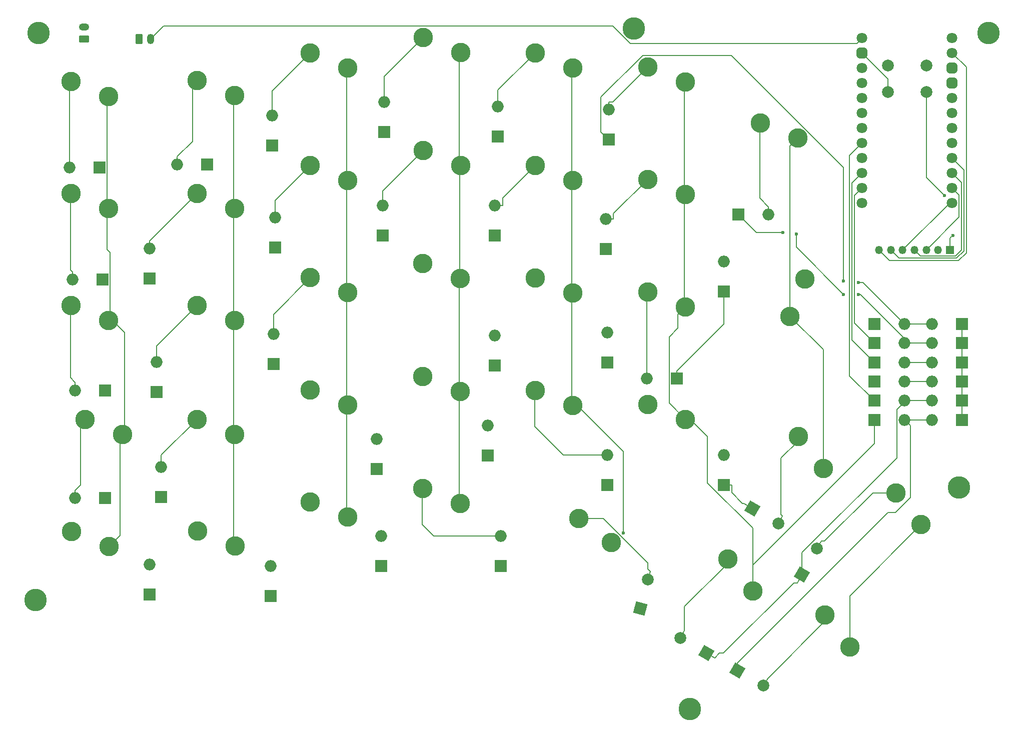
<source format=gbl>
%TF.GenerationSoftware,KiCad,Pcbnew,8.0.2-1*%
%TF.CreationDate,2024-06-04T22:44:41+02:00*%
%TF.ProjectId,keyboard_right,6b657962-6f61-4726-945f-72696768742e,rev?*%
%TF.SameCoordinates,Original*%
%TF.FileFunction,Copper,L2,Bot*%
%TF.FilePolarity,Positive*%
%FSLAX46Y46*%
G04 Gerber Fmt 4.6, Leading zero omitted, Abs format (unit mm)*
G04 Created by KiCad (PCBNEW 8.0.2-1) date 2024-06-04 22:44:41*
%MOMM*%
%LPD*%
G01*
G04 APERTURE LIST*
G04 Aperture macros list*
%AMRoundRect*
0 Rectangle with rounded corners*
0 $1 Rounding radius*
0 $2 $3 $4 $5 $6 $7 $8 $9 X,Y pos of 4 corners*
0 Add a 4 corners polygon primitive as box body*
4,1,4,$2,$3,$4,$5,$6,$7,$8,$9,$2,$3,0*
0 Add four circle primitives for the rounded corners*
1,1,$1+$1,$2,$3*
1,1,$1+$1,$4,$5*
1,1,$1+$1,$6,$7*
1,1,$1+$1,$8,$9*
0 Add four rect primitives between the rounded corners*
20,1,$1+$1,$2,$3,$4,$5,0*
20,1,$1+$1,$4,$5,$6,$7,0*
20,1,$1+$1,$6,$7,$8,$9,0*
20,1,$1+$1,$8,$9,$2,$3,0*%
%AMHorizOval*
0 Thick line with rounded ends*
0 $1 width*
0 $2 $3 position (X,Y) of the first rounded end (center of the circle)*
0 $4 $5 position (X,Y) of the second rounded end (center of the circle)*
0 Add line between two ends*
20,1,$1,$2,$3,$4,$5,0*
0 Add two circle primitives to create the rounded ends*
1,1,$1,$2,$3*
1,1,$1,$4,$5*%
%AMRotRect*
0 Rectangle, with rotation*
0 The origin of the aperture is its center*
0 $1 length*
0 $2 width*
0 $3 Rotation angle, in degrees counterclockwise*
0 Add horizontal line*
21,1,$1,$2,0,0,$3*%
G04 Aperture macros list end*
%TA.AperFunction,ComponentPad*%
%ADD10R,2.000000X2.000000*%
%TD*%
%TA.AperFunction,ComponentPad*%
%ADD11O,2.000000X2.000000*%
%TD*%
%TA.AperFunction,ComponentPad*%
%ADD12C,1.800000*%
%TD*%
%TA.AperFunction,ComponentPad*%
%ADD13RoundRect,0.450000X0.450000X0.450000X-0.450000X0.450000X-0.450000X-0.450000X0.450000X-0.450000X0*%
%TD*%
%TA.AperFunction,ComponentPad*%
%ADD14R,1.350000X1.350000*%
%TD*%
%TA.AperFunction,ComponentPad*%
%ADD15O,1.350000X1.350000*%
%TD*%
%TA.AperFunction,ComponentPad*%
%ADD16C,3.800000*%
%TD*%
%TA.AperFunction,ComponentPad*%
%ADD17RoundRect,0.250000X0.625000X-0.350000X0.625000X0.350000X-0.625000X0.350000X-0.625000X-0.350000X0*%
%TD*%
%TA.AperFunction,ComponentPad*%
%ADD18O,1.750000X1.200000*%
%TD*%
%TA.AperFunction,ComponentPad*%
%ADD19RoundRect,0.250000X-0.350000X-0.625000X0.350000X-0.625000X0.350000X0.625000X-0.350000X0.625000X0*%
%TD*%
%TA.AperFunction,ComponentPad*%
%ADD20O,1.200000X1.750000*%
%TD*%
%TA.AperFunction,ComponentPad*%
%ADD21C,3.300000*%
%TD*%
%TA.AperFunction,ComponentPad*%
%ADD22RotRect,2.000000X2.000000X330.000000*%
%TD*%
%TA.AperFunction,ComponentPad*%
%ADD23HorizOval,2.000000X0.000000X0.000000X0.000000X0.000000X0*%
%TD*%
%TA.AperFunction,ComponentPad*%
%ADD24RotRect,2.000000X2.000000X150.000000*%
%TD*%
%TA.AperFunction,ComponentPad*%
%ADD25HorizOval,2.000000X0.000000X0.000000X0.000000X0.000000X0*%
%TD*%
%TA.AperFunction,ComponentPad*%
%ADD26RotRect,2.000000X2.000000X75.000000*%
%TD*%
%TA.AperFunction,ComponentPad*%
%ADD27HorizOval,2.000000X0.000000X0.000000X0.000000X0.000000X0*%
%TD*%
%TA.AperFunction,ComponentPad*%
%ADD28HorizOval,2.000000X0.000000X0.000000X0.000000X0.000000X0*%
%TD*%
%TA.AperFunction,ComponentPad*%
%ADD29RotRect,2.000000X2.000000X60.000000*%
%TD*%
%TA.AperFunction,ComponentPad*%
%ADD30C,2.000000*%
%TD*%
%TA.AperFunction,ViaPad*%
%ADD31C,0.600000*%
%TD*%
%TA.AperFunction,Conductor*%
%ADD32C,0.200000*%
%TD*%
G04 APERTURE END LIST*
D10*
%TO.P,D_I_[6:1]1,1,K*%
%TO.N,Pin_6*%
X183960000Y-96000000D03*
D11*
%TO.P,D_I_[6:1]1,2,A*%
%TO.N,Net-(D[1:5]1-K)*%
X189040000Y-96000000D03*
%TD*%
D10*
%TO.P,D_I_[3:2]1,1,K*%
%TO.N,Pin_Interrupt*%
X198790000Y-86250000D03*
D11*
%TO.P,D_I_[3:2]1,2,A*%
%TO.N,Net-(D[1:2]1-K)*%
X193710000Y-86250000D03*
%TD*%
D10*
%TO.P,D_I_[2:1]1,1,K*%
%TO.N,Pin_2*%
X183960000Y-83000000D03*
D11*
%TO.P,D_I_[2:1]1,2,A*%
%TO.N,Net-(D[1:1]1-K)*%
X189040000Y-83000000D03*
%TD*%
D10*
%TO.P,D_I_[5:1]1,1,K*%
%TO.N,Pin_5*%
X183960000Y-92750000D03*
D11*
%TO.P,D_I_[5:1]1,2,A*%
%TO.N,Net-(D[1:4]1-K)*%
X189040000Y-92750000D03*
%TD*%
D10*
%TO.P,DI_[1:1]1,1,K*%
%TO.N,Pin_1*%
X183960000Y-79750000D03*
D11*
%TO.P,DI_[1:1]1,2,A*%
%TO.N,Net-(DI_[1:1]1-A)*%
X189040000Y-79750000D03*
%TD*%
D12*
%TO.P,U1,1,1*%
%TO.N,B-*%
X197120000Y-31337500D03*
%TO.P,U1,2,0*%
%TO.N,DISPL_CS*%
X197120000Y-33877500D03*
D13*
%TO.P,U1,3,GND*%
%TO.N,GND*%
X197120000Y-36417500D03*
%TO.P,U1,4,GND*%
X197120000Y-38957500D03*
D12*
%TO.P,U1,5,2*%
%TO.N,unconnected-(U1-2-Pad5)*%
X197120000Y-41497500D03*
%TO.P,U1,6,3*%
%TO.N,unconnected-(U1-3-Pad6)*%
X197120000Y-44037500D03*
%TO.P,U1,7,4*%
%TO.N,unconnected-(U1-4-Pad7)*%
X197120000Y-46577500D03*
%TO.P,U1,8,5*%
%TO.N,unconnected-(U1-5-Pad8)*%
X197120000Y-49117500D03*
%TO.P,U1,9,6*%
%TO.N,DISPL_DC*%
X197120000Y-51657500D03*
%TO.P,U1,10,7*%
%TO.N,DISPL_D1_MOSI*%
X197120000Y-54197500D03*
%TO.P,U1,11,8*%
%TO.N,DISPL_D0_SCK*%
X197120000Y-56737500D03*
%TO.P,U1,12,9*%
%TO.N,DISPL_RES*%
X197120000Y-59277500D03*
%TO.P,U1,13,B+*%
%TO.N,SW_B+*%
X181880000Y-31337500D03*
D13*
%TO.P,U1,14,GND*%
%TO.N,GND*%
X181880000Y-33877500D03*
D12*
%TO.P,U1,15,RST*%
%TO.N,RESET*%
X181880000Y-36417500D03*
%TO.P,U1,16,3.3v*%
%TO.N,VCC_3.3V*%
X181880000Y-38957500D03*
%TO.P,U1,17,21*%
%TO.N,Pin_Interrupt*%
X181880000Y-41497500D03*
%TO.P,U1,18,20*%
%TO.N,Pin_7*%
X181880000Y-44037500D03*
%TO.P,U1,19,19*%
%TO.N,Pin_6*%
X181880000Y-46577500D03*
%TO.P,U1,20,18*%
%TO.N,Pin_5*%
X181880000Y-49117500D03*
%TO.P,U1,21,15*%
%TO.N,Pin_4*%
X181880000Y-51657500D03*
%TO.P,U1,22,14*%
%TO.N,Pin_3*%
X181880000Y-54197500D03*
%TO.P,U1,23,16*%
%TO.N,Pin_2*%
X181880000Y-56737500D03*
%TO.P,U1,24,10*%
%TO.N,Pin_1*%
X181880000Y-59277500D03*
%TD*%
D10*
%TO.P,D_I_[4:1]1,1,K*%
%TO.N,Pin_4*%
X183960000Y-89500000D03*
D11*
%TO.P,D_I_[4:1]1,2,A*%
%TO.N,Net-(D[1:3]1-K)*%
X189040000Y-89500000D03*
%TD*%
D14*
%TO.P,Display,1,Pin_1*%
%TO.N,GND*%
X196750000Y-67250000D03*
D15*
%TO.P,Display,2,Pin_2*%
%TO.N,VCC_3.3V*%
X194750000Y-67250000D03*
%TO.P,Display,3,Pin_3*%
%TO.N,DISPL_D0_SCK*%
X192750000Y-67250000D03*
%TO.P,Display,4,Pin_4*%
%TO.N,DISPL_D1_MOSI*%
X190750000Y-67250000D03*
%TO.P,Display,5,Pin_5*%
%TO.N,DISPL_RES*%
X188750000Y-67250000D03*
%TO.P,Display,6,Pin_6*%
%TO.N,DISPL_DC*%
X186750000Y-67250000D03*
%TO.P,Display,7,Pin_7*%
%TO.N,DISPL_CS*%
X184750000Y-67250000D03*
%TD*%
D10*
%TO.P,D_I[1:2]1,1,K*%
%TO.N,Pin_Interrupt*%
X198790000Y-79750000D03*
D11*
%TO.P,D_I[1:2]1,2,A*%
%TO.N,Net-(DI_[1:1]1-A)*%
X193710000Y-79750000D03*
%TD*%
D10*
%TO.P,D_I_[5:2]1,1,K*%
%TO.N,Pin_Interrupt*%
X198790000Y-92750000D03*
D11*
%TO.P,D_I_[5:2]1,2,A*%
%TO.N,Net-(D[1:4]1-K)*%
X193710000Y-92750000D03*
%TD*%
D10*
%TO.P,D_I_[4:2]1,1,K*%
%TO.N,Pin_Interrupt*%
X198790000Y-89500000D03*
D11*
%TO.P,D_I_[4:2]1,2,A*%
%TO.N,Net-(D[1:3]1-K)*%
X193710000Y-89500000D03*
%TD*%
D10*
%TO.P,D_I_[6:2]1,1,K*%
%TO.N,Pin_Interrupt*%
X198790000Y-96000000D03*
D11*
%TO.P,D_I_[6:2]1,2,A*%
%TO.N,Net-(D[1:5]1-K)*%
X193710000Y-96000000D03*
%TD*%
D10*
%TO.P,D_I_[2:2]1,1,K*%
%TO.N,Pin_Interrupt*%
X198790000Y-83000000D03*
D11*
%TO.P,D_I_[2:2]1,2,A*%
%TO.N,Net-(D[1:1]1-K)*%
X193710000Y-83000000D03*
%TD*%
D10*
%TO.P,D_I_[3:1]1,1,K*%
%TO.N,Pin_3*%
X183960000Y-86250000D03*
D11*
%TO.P,D_I_[3:1]1,2,A*%
%TO.N,Net-(D[1:2]1-K)*%
X189040000Y-86250000D03*
%TD*%
D16*
%TO.P,H1,1*%
%TO.N,N/C*%
X198250000Y-107500000D03*
%TD*%
%TO.P,H2,1*%
%TO.N,N/C*%
X42500000Y-30500000D03*
%TD*%
D17*
%TO.P,Battery1,1,Pin_1*%
%TO.N,B+*%
X50200000Y-31500000D03*
D18*
%TO.P,Battery1,2,Pin_2*%
%TO.N,B-*%
X50200000Y-29500000D03*
%TD*%
D16*
%TO.P,H3,1*%
%TO.N,N/C*%
X152750000Y-145000000D03*
%TD*%
%TO.P,H6,1*%
%TO.N,N/C*%
X143250000Y-29750000D03*
%TD*%
D19*
%TO.P,ON/OFF1,1,Pin_1*%
%TO.N,B+*%
X59500000Y-31500000D03*
D20*
%TO.P,ON/OFF1,2,Pin_2*%
%TO.N,SW_B+*%
X61500000Y-31500000D03*
%TD*%
D16*
%TO.P,H7,1*%
%TO.N,N/C*%
X203250000Y-30500000D03*
%TD*%
%TO.P,H5,1*%
%TO.N,N/C*%
X42000000Y-126500000D03*
%TD*%
D10*
%TO.P,D[3:2]1,1,K*%
%TO.N,Net-(D[1:1]1-K)*%
X82500000Y-66790000D03*
D11*
%TO.P,D[3:2]1,2,A*%
%TO.N,Net-(D[3:2]1-A)*%
X82500000Y-61710000D03*
%TD*%
D21*
%TO.P,SW_[7:2]1,1,1*%
%TO.N,Pin_7*%
X169690000Y-78480000D03*
%TO.P,SW_[7:2]1,2,2*%
%TO.N,Net-(D[7:2]1-A)*%
X172230000Y-72130000D03*
%TD*%
%TO.P,SW_[1:4]1,1,1*%
%TO.N,Pin_1*%
X56730000Y-98460000D03*
%TO.P,SW_[1:4]1,2,2*%
%TO.N,Net-(D[1:4]1-A)*%
X50380000Y-95920000D03*
%TD*%
D10*
%TO.P,D[4:2]1,1,K*%
%TO.N,Net-(D[1:1]1-K)*%
X100750000Y-64790000D03*
D11*
%TO.P,D[4:2]1,2,A*%
%TO.N,Net-(D[4:2]1-A)*%
X100750000Y-59710000D03*
%TD*%
D10*
%TO.P,D[5:1]1,1,K*%
%TO.N,Net-(DI_[1:1]1-A)*%
X120250000Y-48040000D03*
D11*
%TO.P,D[5:1]1,2,A*%
%TO.N,Net-(D[5:1]1-A)*%
X120250000Y-42960000D03*
%TD*%
%TO.P,D[1:5]1,2,A*%
%TO.N,Net-(D[1:5]1-A)*%
X61250000Y-120460000D03*
D10*
%TO.P,D[1:5]1,1,K*%
%TO.N,Net-(D[1:5]1-K)*%
X61250000Y-125540000D03*
%TD*%
%TO.P,D[6:2]1,1,K*%
%TO.N,Net-(D[1:1]1-K)*%
X138500000Y-67040000D03*
D11*
%TO.P,D[6:2]1,2,A*%
%TO.N,Net-(D[6:2]1-A)*%
X138500000Y-61960000D03*
%TD*%
D21*
%TO.P,SW_[6:1]1,1,1*%
%TO.N,Pin_6*%
X151960000Y-38760000D03*
%TO.P,SW_[6:1]1,2,2*%
%TO.N,Net-(D[6:1]1-A)*%
X145610000Y-36220000D03*
%TD*%
D10*
%TO.P,D[5:2]1,1,K*%
%TO.N,Net-(D[1:1]1-K)*%
X119750000Y-64790000D03*
D11*
%TO.P,D[5:2]1,2,A*%
%TO.N,Net-(D[5:2]1-A)*%
X119750000Y-59710000D03*
%TD*%
D21*
%TO.P,SW_[2:4]1,1,1*%
%TO.N,Pin_2*%
X75674800Y-98460000D03*
%TO.P,SW_[2:4]1,2,2*%
%TO.N,Net-(D[2:4]1-A)*%
X69324800Y-95920000D03*
%TD*%
%TO.P,SW_[2:5]1,1,1*%
%TO.N,Pin_2*%
X75730000Y-117390500D03*
%TO.P,SW_[2:5]1,2,2*%
%TO.N,Net-(D[2:5]1-A)*%
X69380000Y-114850500D03*
%TD*%
%TO.P,SW_[1:3]1,2,2*%
%TO.N,Net-(D[1:3]1-A)*%
X47960000Y-76670000D03*
%TO.P,SW_[1:3]1,1,1*%
%TO.N,Pin_1*%
X54310000Y-79210000D03*
%TD*%
D10*
%TO.P,D[6:1]1,1,K*%
%TO.N,Net-(DI_[1:1]1-A)*%
X139000000Y-48540000D03*
D11*
%TO.P,D[6:1]1,2,A*%
%TO.N,Net-(D[6:1]1-A)*%
X139000000Y-43460000D03*
%TD*%
D10*
%TO.P,D[4:5]1,1,K*%
%TO.N,Net-(D[1:5]1-K)*%
X120750000Y-120790000D03*
D11*
%TO.P,D[4:5]1,2,A*%
%TO.N,Net-(D[4:5]1-A)*%
X120750000Y-115710000D03*
%TD*%
D22*
%TO.P,D[7:3]1,1,K*%
%TO.N,Net-(D[1:3]1-K)*%
X163300300Y-110980000D03*
D23*
%TO.P,D[7:3]1,2,A*%
%TO.N,Net-(D[7:3]1-A)*%
X167699709Y-113520000D03*
%TD*%
D21*
%TO.P,SW_[6:3]1,1,1*%
%TO.N,Pin_6*%
X151960000Y-76890500D03*
%TO.P,SW_[6:3]1,2,2*%
%TO.N,Net-(D[6:3]1-A)*%
X145610000Y-74350500D03*
%TD*%
%TO.P,SW_[6:5]1,1,1*%
%TO.N,Pin_6*%
X163369557Y-124955295D03*
%TO.P,SW_[6:5]1,2,2*%
%TO.N,Net-(D[6:5]1-A)*%
X159140295Y-119580591D03*
%TD*%
%TO.P,SW_[2:2]1,1,1*%
%TO.N,Pin_2*%
X75674800Y-60210000D03*
%TO.P,SW_[2:2]1,2,2*%
%TO.N,Net-(D[2:2]1-A)*%
X69324800Y-57670000D03*
%TD*%
%TO.P,SW_[4:3]1,1,1*%
%TO.N,Pin_4*%
X113890000Y-72090500D03*
%TO.P,SW_[4:3]1,2,2*%
%TO.N,Net-(D[4:3]1-A)*%
X107540000Y-69550500D03*
%TD*%
D10*
%TO.P,D[1:1]1,1,K*%
%TO.N,Net-(D[1:1]1-K)*%
X52790000Y-53250000D03*
D11*
%TO.P,D[1:1]1,2,A*%
%TO.N,Net-(D[1:1]1-A)*%
X47710000Y-53250000D03*
%TD*%
D10*
%TO.P,D[4:1]1,1,K*%
%TO.N,Net-(DI_[1:1]1-A)*%
X101000000Y-47290000D03*
D11*
%TO.P,D[4:1]1,2,A*%
%TO.N,Net-(D[4:1]1-A)*%
X101000000Y-42210000D03*
%TD*%
D10*
%TO.P,D[2:4]1,1,K*%
%TO.N,Net-(D[1:4]1-K)*%
X63250000Y-109040000D03*
D11*
%TO.P,D[2:4]1,2,A*%
%TO.N,Net-(D[2:4]1-A)*%
X63250000Y-103960000D03*
%TD*%
D10*
%TO.P,D[1:4]1,1,K*%
%TO.N,Net-(D[1:4]1-K)*%
X53790000Y-109250000D03*
D11*
%TO.P,D[1:4]1,2,A*%
%TO.N,Net-(D[1:4]1-A)*%
X48710000Y-109250000D03*
%TD*%
D24*
%TO.P,D[6:5]1,1,K*%
%TO.N,Net-(D[1:4]1-K)*%
X155500000Y-135500000D03*
D25*
%TO.P,D[6:5]1,2,A*%
%TO.N,Net-(D[6:5]1-A)*%
X151100591Y-132960000D03*
%TD*%
D21*
%TO.P,SW_[6:4]1,1,1*%
%TO.N,Pin_6*%
X151960000Y-95910000D03*
%TO.P,SW_[6:4]1,2,2*%
%TO.N,Net-(D[6:4]1-A)*%
X145610000Y-93370000D03*
%TD*%
%TO.P,SW_[5:5]1,2,2*%
%TO.N,Net-(D[5:5]1-A)*%
X133954448Y-112670895D03*
%TO.P,SW_[5:5]1,1,1*%
%TO.N,Pin_5*%
X139430677Y-116767850D03*
%TD*%
D10*
%TO.P,D[6:4]1,1,K*%
%TO.N,Net-(D[1:3]1-K)*%
X158500000Y-107040000D03*
D11*
%TO.P,D[6:4]1,2,A*%
%TO.N,Net-(D[6:4]1-A)*%
X158500000Y-101960000D03*
%TD*%
D21*
%TO.P,SW_[7:3]1,1,1*%
%TO.N,Pin_7*%
X175320157Y-104215295D03*
%TO.P,SW_[7:3]1,2,2*%
%TO.N,Net-(D[7:3]1-A)*%
X171090895Y-98840591D03*
%TD*%
%TO.P,SW_[3:1]1,1,1*%
%TO.N,Pin_3*%
X94810000Y-36410600D03*
%TO.P,SW_[3:1]1,2,2*%
%TO.N,Net-(D[3:1]1-A)*%
X88460000Y-33870600D03*
%TD*%
%TO.P,SW_[6:2]1,1,1*%
%TO.N,Pin_6*%
X151960000Y-57810000D03*
%TO.P,SW_[6:2]1,2,2*%
%TO.N,Net-(D[6:2]1-A)*%
X145610000Y-55270000D03*
%TD*%
D10*
%TO.P,D[5:4]1,1,K*%
%TO.N,Net-(D[1:3]1-K)*%
X138750000Y-107040000D03*
D11*
%TO.P,D[5:4]1,2,A*%
%TO.N,Net-(D[5:4]1-A)*%
X138750000Y-101960000D03*
%TD*%
D26*
%TO.P,D[5:5]1,1,K*%
%TO.N,Net-(D[1:5]1-K)*%
X144342600Y-127953500D03*
D27*
%TO.P,D[5:5]1,2,A*%
%TO.N,Net-(D[5:5]1-A)*%
X145657400Y-123046597D03*
%TD*%
D11*
%TO.P,D[1:2]1,2,A*%
%TO.N,Net-(D[1:2]1-A)*%
X48210000Y-72250000D03*
D10*
%TO.P,D[1:2]1,1,K*%
%TO.N,Net-(D[1:2]1-K)*%
X53290000Y-72250000D03*
%TD*%
%TO.P,D[2:3]1,1,K*%
%TO.N,Net-(D[1:3]1-K)*%
X62500000Y-91290000D03*
D11*
%TO.P,D[2:3]1,2,A*%
%TO.N,Net-(D[2:3]1-A)*%
X62500000Y-86210000D03*
%TD*%
D21*
%TO.P,SW_[5:3]1,1,1*%
%TO.N,Pin_5*%
X132910000Y-74510000D03*
%TO.P,SW_[5:3]1,2,2*%
%TO.N,Net-(D[5:3]1-A)*%
X126560000Y-71970000D03*
%TD*%
D10*
%TO.P,D[2:2]1,1,K*%
%TO.N,Net-(D[1:2]1-K)*%
X61250000Y-72040000D03*
D11*
%TO.P,D[2:2]1,2,A*%
%TO.N,Net-(D[2:2]1-A)*%
X61250000Y-66960000D03*
%TD*%
D21*
%TO.P,SW_[7:5]1,1,1*%
%TO.N,Pin_7*%
X179819557Y-134455295D03*
%TO.P,SW_[7:5]1,2,2*%
%TO.N,Net-(D[7:5]1-A)*%
X175590295Y-129080591D03*
%TD*%
%TO.P,SW_[3:4]1,1,1*%
%TO.N,Pin_3*%
X94810000Y-93460000D03*
%TO.P,SW_[3:4]1,2,2*%
%TO.N,Net-(D[3:4]1-A)*%
X88460000Y-90920000D03*
%TD*%
D10*
%TO.P,D[3:5]1,1,K*%
%TO.N,Net-(D[1:5]1-K)*%
X100500000Y-120790000D03*
D11*
%TO.P,D[3:5]1,2,A*%
%TO.N,Net-(D[3:5]1-A)*%
X100500000Y-115710000D03*
%TD*%
%TO.P,D[1:3]1,2,A*%
%TO.N,Net-(D[1:3]1-A)*%
X48710000Y-91000000D03*
D10*
%TO.P,D[1:3]1,1,K*%
%TO.N,Net-(D[1:3]1-K)*%
X53790000Y-91000000D03*
%TD*%
%TO.P,D[4:4]1,1,K*%
%TO.N,Net-(D[1:4]1-K)*%
X118500000Y-102040000D03*
D11*
%TO.P,D[4:4]1,2,A*%
%TO.N,Net-(D[4:4]1-A)*%
X118500000Y-96960000D03*
%TD*%
D21*
%TO.P,SW_[5:1]1,1,1*%
%TO.N,Pin_5*%
X132910000Y-36410000D03*
%TO.P,SW_[5:1]1,2,2*%
%TO.N,Net-(D[5:1]1-A)*%
X126560000Y-33870000D03*
%TD*%
D10*
%TO.P,D[7:1]1,1,K*%
%TO.N,Net-(D[1:1]1-K)*%
X160960000Y-61250000D03*
D11*
%TO.P,D[7:1]1,2,A*%
%TO.N,Net-(D[7:1]1-A)*%
X166040000Y-61250000D03*
%TD*%
D21*
%TO.P,SW_[4:5]1,1,1*%
%TO.N,Pin_4*%
X113874800Y-110210000D03*
%TO.P,SW_[4:5]1,2,2*%
%TO.N,Net-(D[4:5]1-A)*%
X107524800Y-107670000D03*
%TD*%
%TO.P,SW_[1:5]1,1,1*%
%TO.N,Pin_1*%
X54390000Y-117460000D03*
%TO.P,SW_[1:5]1,2,2*%
%TO.N,Net-(D[1:5]1-A)*%
X48040000Y-114920000D03*
%TD*%
%TO.P,SW_[4:4]1,1,1*%
%TO.N,Pin_4*%
X113874800Y-91210000D03*
%TO.P,SW_[4:4]1,2,2*%
%TO.N,Net-(D[4:4]1-A)*%
X107524800Y-88670000D03*
%TD*%
%TO.P,SW_[2:1]1,1,1*%
%TO.N,Pin_2*%
X75690000Y-41060000D03*
%TO.P,SW_[2:1]1,2,2*%
%TO.N,Net-(D[2:1]1-A)*%
X69340000Y-38520000D03*
%TD*%
D10*
%TO.P,D[7:2]1,1,K*%
%TO.N,Net-(D[1:2]1-K)*%
X158500000Y-74290000D03*
D11*
%TO.P,D[7:2]1,2,A*%
%TO.N,Net-(D[7:2]1-A)*%
X158500000Y-69210000D03*
%TD*%
D21*
%TO.P,SW_[5:4]1,1,1*%
%TO.N,Pin_5*%
X132910000Y-93560000D03*
%TO.P,SW_[5:4]1,2,2*%
%TO.N,Net-(D[5:4]1-A)*%
X126560000Y-91020000D03*
%TD*%
D10*
%TO.P,D[2:5]1,1,K*%
%TO.N,Net-(D[1:5]1-K)*%
X81750000Y-125790000D03*
D11*
%TO.P,D[2:5]1,2,A*%
%TO.N,Net-(D[2:5]1-A)*%
X81750000Y-120710000D03*
%TD*%
D22*
%TO.P,D[7:5]1,1,K*%
%TO.N,Net-(D[1:5]1-K)*%
X160800300Y-138480000D03*
D23*
%TO.P,D[7:5]1,2,A*%
%TO.N,Net-(D[7:5]1-A)*%
X165199709Y-141020000D03*
%TD*%
D21*
%TO.P,SW_[2:3]1,2,2*%
%TO.N,Net-(D[2:3]1-A)*%
X69324800Y-76670000D03*
%TO.P,SW_[2:3]1,1,1*%
%TO.N,Pin_2*%
X75674800Y-79210000D03*
%TD*%
%TO.P,SW_[4:2]1,1,1*%
%TO.N,Pin_4*%
X113910000Y-52960000D03*
%TO.P,SW_[4:2]1,2,2*%
%TO.N,Net-(D[4:2]1-A)*%
X107560000Y-50420000D03*
%TD*%
%TO.P,SW_[4:1]1,1,1*%
%TO.N,Pin_4*%
X113910000Y-33810000D03*
%TO.P,SW_[4:1]1,2,2*%
%TO.N,Net-(D[4:1]1-A)*%
X107560000Y-31270000D03*
%TD*%
D28*
%TO.P,D[7:4]1,2,A*%
%TO.N,Net-(D[7:4]1-A)*%
X174270000Y-117800291D03*
D29*
%TO.P,D[7:4]1,1,K*%
%TO.N,Net-(D[1:4]1-K)*%
X171730000Y-122199700D03*
%TD*%
D21*
%TO.P,SW_[3:5]1,1,1*%
%TO.N,Pin_3*%
X94810000Y-112460000D03*
%TO.P,SW_[3:5]1,2,2*%
%TO.N,Net-(D[3:5]1-A)*%
X88460000Y-109920000D03*
%TD*%
D10*
%TO.P,D[3:3]1,1,K*%
%TO.N,Net-(D[1:3]1-K)*%
X82250000Y-86540000D03*
D11*
%TO.P,D[3:3]1,2,A*%
%TO.N,Net-(D[3:3]1-A)*%
X82250000Y-81460000D03*
%TD*%
D10*
%TO.P,D[3:4]1,1,K*%
%TO.N,Net-(D[1:4]1-K)*%
X99750000Y-104290000D03*
D11*
%TO.P,D[3:4]1,2,A*%
%TO.N,Net-(D[3:4]1-A)*%
X99750000Y-99210000D03*
%TD*%
D21*
%TO.P,SW_[7:4]1,1,1*%
%TO.N,Pin_7*%
X191869557Y-113755295D03*
%TO.P,SW_[7:4]1,2,2*%
%TO.N,Net-(D[7:4]1-A)*%
X187640295Y-108380591D03*
%TD*%
%TO.P,SW_[1:1]1,1,1*%
%TO.N,Pin_1*%
X54310000Y-41210000D03*
%TO.P,SW_[1:1]1,2,2*%
%TO.N,Net-(D[1:1]1-A)*%
X47960000Y-38670000D03*
%TD*%
%TO.P,SW_[5:2]1,1,1*%
%TO.N,Pin_5*%
X132910000Y-55460000D03*
%TO.P,SW_[5:2]1,2,2*%
%TO.N,Net-(D[5:2]1-A)*%
X126560000Y-52920000D03*
%TD*%
D10*
%TO.P,D[6:3]1,1,K*%
%TO.N,Net-(D[1:2]1-K)*%
X150540000Y-89000000D03*
D11*
%TO.P,D[6:3]1,2,A*%
%TO.N,Net-(D[6:3]1-A)*%
X145460000Y-89000000D03*
%TD*%
D21*
%TO.P,SW_[3:2]1,1,1*%
%TO.N,Pin_3*%
X94810000Y-55460100D03*
%TO.P,SW_[3:2]1,2,2*%
%TO.N,Net-(D[3:2]1-A)*%
X88460000Y-52920100D03*
%TD*%
D10*
%TO.P,D[5:3]1,1,K*%
%TO.N,Net-(D[1:2]1-K)*%
X138750000Y-86290000D03*
D11*
%TO.P,D[5:3]1,2,A*%
%TO.N,Net-(D[5:3]1-A)*%
X138750000Y-81210000D03*
%TD*%
D10*
%TO.P,D[4:3]1,1,K*%
%TO.N,Net-(D[1:2]1-K)*%
X119750000Y-86790000D03*
D11*
%TO.P,D[4:3]1,2,A*%
%TO.N,Net-(D[4:3]1-A)*%
X119750000Y-81710000D03*
%TD*%
D21*
%TO.P,SW_[1:2]1,1,1*%
%TO.N,Pin_1*%
X54310000Y-60210000D03*
%TO.P,SW_[1:2]1,2,2*%
%TO.N,Net-(D[1:2]1-A)*%
X47960000Y-57670000D03*
%TD*%
D10*
%TO.P,D[2:1]1,1,K*%
%TO.N,Net-(DI_[1:1]1-A)*%
X71040000Y-52750000D03*
D11*
%TO.P,D[2:1]1,2,A*%
%TO.N,Net-(D[2:1]1-A)*%
X65960000Y-52750000D03*
%TD*%
D21*
%TO.P,SW_[3:3]1,2,2*%
%TO.N,Net-(D[3:3]1-A)*%
X88460000Y-71920000D03*
%TO.P,SW_[3:3]1,1,1*%
%TO.N,Pin_3*%
X94810000Y-74460000D03*
%TD*%
%TO.P,SW_[7:1]1,1,1*%
%TO.N,Pin_7*%
X171010000Y-48310000D03*
%TO.P,SW_[7:1]1,2,2*%
%TO.N,Net-(D[7:1]1-A)*%
X164660000Y-45770000D03*
%TD*%
D10*
%TO.P,D[3:1]1,1,K*%
%TO.N,Net-(DI_[1:1]1-A)*%
X82000000Y-49540000D03*
D11*
%TO.P,D[3:1]1,2,A*%
%TO.N,Net-(D[3:1]1-A)*%
X82000000Y-44460000D03*
%TD*%
D30*
%TO.P,SW1,2*%
%TO.N,RESET*%
X186250000Y-36000000D03*
X192750000Y-36000000D03*
%TO.P,SW1,1*%
%TO.N,GND*%
X186250000Y-40500000D03*
X192750000Y-40500000D03*
%TD*%
D31*
%TO.N,Net-(DI_[1:1]1-A)*%
X181250000Y-72750000D03*
X178750000Y-72500000D03*
%TO.N,Net-(D[1:1]1-K)*%
X170750000Y-64500000D03*
X168500000Y-64250000D03*
X181250000Y-74750000D03*
X178750000Y-74750000D03*
%TO.N,GND*%
X197250000Y-64750000D03*
X195800000Y-58005456D03*
%TO.N,Pin_5*%
X141455000Y-115145300D03*
%TD*%
D32*
%TO.N,Net-(DI_[1:1]1-A)*%
X189040000Y-79750000D02*
X182040000Y-72750000D01*
X182040000Y-72750000D02*
X181250000Y-72750000D01*
X178750000Y-72500000D02*
X178750000Y-53292283D01*
X178750000Y-53292283D02*
X159727717Y-34270000D01*
X144730000Y-34270000D02*
X137700000Y-41300000D01*
X159727717Y-34270000D02*
X144730000Y-34270000D01*
X137700000Y-41300000D02*
X137700000Y-47240000D01*
X137700000Y-47240000D02*
X139000000Y-48540000D01*
%TO.N,Net-(D[1:1]1-K)*%
X178750000Y-74750000D02*
X170750000Y-66750000D01*
%TO.N,Pin_2*%
X181880000Y-56737500D02*
X180600000Y-58017500D01*
X180600000Y-79640000D02*
X183960000Y-83000000D01*
X180600000Y-58017500D02*
X180600000Y-79640000D01*
%TO.N,Net-(D[1:1]1-K)*%
X168500000Y-64250000D02*
X163960000Y-64250000D01*
X181560000Y-74750000D02*
X181250000Y-74750000D01*
X189040000Y-82230000D02*
X181560000Y-74750000D01*
X189040000Y-83000000D02*
X189040000Y-82230000D01*
X170750000Y-66750000D02*
X170750000Y-64500000D01*
X163960000Y-64250000D02*
X160960000Y-61250000D01*
%TO.N,Net-(D[1:4]1-K)*%
X189040000Y-92750000D02*
X189040000Y-92960000D01*
X187740000Y-94260000D02*
X187740000Y-102491813D01*
X171730000Y-118501813D02*
X171730000Y-122199700D01*
X189040000Y-92960000D02*
X187740000Y-94260000D01*
X187740000Y-102491813D02*
X171730000Y-118501813D01*
%TO.N,Net-(D[1:5]1-K)*%
X189040000Y-96000000D02*
X190040000Y-97000000D01*
X190040000Y-97000000D02*
X190040000Y-109166100D01*
X190040000Y-109166100D02*
X187500000Y-111706100D01*
X186293900Y-111706100D02*
X160800300Y-137199700D01*
X187500000Y-111706100D02*
X186293900Y-111706100D01*
X160800300Y-137199700D02*
X160800300Y-138480000D01*
%TO.N,GND*%
X181880000Y-33877500D02*
X186250000Y-38247500D01*
X186250000Y-38247500D02*
X186250000Y-40500000D01*
%TO.N,Pin_7*%
X171010000Y-48310000D02*
X169690000Y-49630000D01*
X169690000Y-49630000D02*
X169690000Y-78480000D01*
%TO.N,GND*%
X192750000Y-40500000D02*
X192750000Y-54955456D01*
X192750000Y-54955456D02*
X195800000Y-58005456D01*
%TO.N,Pin_7*%
X169690000Y-78480000D02*
X175320157Y-84110157D01*
X175320157Y-84110157D02*
X175320157Y-104215295D01*
%TO.N,Pin_3*%
X180150000Y-82440000D02*
X183960000Y-86250000D01*
X180150000Y-55927500D02*
X180150000Y-82440000D01*
X181880000Y-54197500D02*
X180150000Y-55927500D01*
%TO.N,Pin_5*%
X181880000Y-49117500D02*
X179750000Y-51247500D01*
X179750000Y-51247500D02*
X179750000Y-88540000D01*
X179750000Y-88540000D02*
X183960000Y-92750000D01*
%TO.N,Pin_6*%
X183960000Y-96000000D02*
X183960000Y-99972421D01*
X163369557Y-120562864D02*
X163369557Y-124955295D01*
X183960000Y-99972421D02*
X163369557Y-120562864D01*
%TO.N,Net-(DI_[1:1]1-A)*%
X189040000Y-79750000D02*
X193710000Y-79750000D01*
%TO.N,Net-(D[1:1]1-K)*%
X189040000Y-83000000D02*
X193710000Y-83000000D01*
%TO.N,Net-(D[1:2]1-K)*%
X189040000Y-86250000D02*
X193710000Y-86250000D01*
%TO.N,Net-(D[1:3]1-K)*%
X189040000Y-89500000D02*
X193710000Y-89500000D01*
%TO.N,Net-(D[1:4]1-K)*%
X189040000Y-92750000D02*
X193710000Y-92750000D01*
%TO.N,Net-(D[1:5]1-K)*%
X189040000Y-96000000D02*
X193710000Y-96000000D01*
%TO.N,Pin_Interrupt*%
X198790000Y-79750000D02*
X198790000Y-83000000D01*
X198790000Y-83000000D02*
X198790000Y-86250000D01*
X198790000Y-86250000D02*
X198790000Y-89500000D01*
X198790000Y-89500000D02*
X198790000Y-92750000D01*
X198790000Y-96000000D02*
X198790000Y-92750000D01*
%TO.N,GND*%
X196750000Y-67250000D02*
X196750000Y-65250000D01*
X196750000Y-65250000D02*
X197250000Y-64750000D01*
%TO.N,DISPL_DC*%
X197890685Y-68625000D02*
X199119992Y-67395693D01*
%TO.N,DISPL_CS*%
X199519992Y-36277492D02*
X197120000Y-33877500D01*
%TO.N,DISPL_DC*%
X199119992Y-53657492D02*
X197120000Y-51657500D01*
X188125000Y-68625000D02*
X197890685Y-68625000D01*
%TO.N,DISPL_CS*%
X199519992Y-67730008D02*
X199519992Y-36277492D01*
%TO.N,DISPL_DC*%
X186750000Y-67250000D02*
X188125000Y-68625000D01*
X199119992Y-67395693D02*
X199119992Y-53657492D01*
%TO.N,DISPL_CS*%
X184750000Y-67250000D02*
X186525000Y-69025000D01*
X186525000Y-69025000D02*
X198225000Y-69025000D01*
X198225000Y-69025000D02*
X199519992Y-67730008D01*
%TO.N,DISPL_D1_MOSI*%
X198720000Y-55797500D02*
X197120000Y-54197500D01*
X191725000Y-68225000D02*
X197724999Y-68225000D01*
X197724999Y-68225000D02*
X198720000Y-67229999D01*
X190750000Y-67250000D02*
X191725000Y-68225000D01*
X198720000Y-67229999D02*
X198720000Y-55797500D01*
%TO.N,DISPL_RES*%
X188750000Y-67250000D02*
X196722500Y-59277500D01*
X196722500Y-59277500D02*
X197120000Y-59277500D01*
%TO.N,DISPL_D0_SCK*%
X192750000Y-67250000D02*
X198320000Y-61680000D01*
X198320000Y-61680000D02*
X198320000Y-57937500D01*
X198320000Y-57937500D02*
X197120000Y-56737500D01*
%TO.N,SW_B+*%
X61500000Y-31500000D02*
X63680000Y-29320000D01*
X139708730Y-29320000D02*
X142638730Y-32250000D01*
X142638730Y-32250000D02*
X180967500Y-32250000D01*
X63680000Y-29320000D02*
X139708730Y-29320000D01*
X180967500Y-32250000D02*
X181880000Y-31337500D01*
%TO.N,Net-(D[1:4]1-K)*%
X157754600Y-135500000D02*
X156929300Y-136325300D01*
X158429700Y-135500000D02*
X157754600Y-135500000D01*
X170300700Y-123629000D02*
X158429700Y-135500000D01*
X170904700Y-123629000D02*
X170300700Y-123629000D01*
X171730000Y-122199700D02*
X170904700Y-123629000D01*
X155500000Y-135500000D02*
X156929300Y-136325300D01*
%TO.N,Net-(D[1:3]1-K)*%
X159801700Y-108341700D02*
X159801700Y-107040000D01*
X161614800Y-110154800D02*
X159801700Y-108341700D01*
X161870900Y-110154800D02*
X161614800Y-110154800D01*
X161871000Y-110154700D02*
X161870900Y-110154800D01*
X163300300Y-110980000D02*
X161871000Y-110154700D01*
X158500000Y-107040000D02*
X159801700Y-107040000D01*
%TO.N,Net-(D[1:2]1-K)*%
X158500000Y-79738300D02*
X150540000Y-87698300D01*
X158500000Y-74290000D02*
X158500000Y-79738300D01*
X150540000Y-89000000D02*
X150540000Y-87698300D01*
%TO.N,Net-(D[7:5]1-A)*%
X175590300Y-130100100D02*
X175590300Y-129080600D01*
X165922800Y-139767600D02*
X175590300Y-130100100D01*
X165199700Y-141020000D02*
X165922800Y-139767600D01*
%TO.N,Net-(D[5:5]1-A)*%
X138095400Y-112670900D02*
X133954400Y-112670900D01*
X145657400Y-120232900D02*
X138095400Y-112670900D01*
X145657400Y-121275500D02*
X145657400Y-120232900D01*
X146031600Y-121649700D02*
X145657400Y-121275500D01*
X146031700Y-121649700D02*
X146031600Y-121649700D01*
X145657400Y-123046600D02*
X146031700Y-121649700D01*
%TO.N,Net-(D[4:5]1-A)*%
X109389000Y-115710000D02*
X120750000Y-115710000D01*
X107425900Y-113746900D02*
X109389000Y-115710000D01*
X107425900Y-107768900D02*
X107425900Y-113746900D01*
X107524800Y-107670000D02*
X107425900Y-107768900D01*
%TO.N,Net-(D[7:4]1-A)*%
X183689700Y-108380600D02*
X187640300Y-108380600D01*
X175522400Y-116547900D02*
X183689700Y-108380600D01*
X174993100Y-116547900D02*
X175522400Y-116547900D01*
X174270000Y-117800300D02*
X174993100Y-116547900D01*
%TO.N,Net-(D[6:5]1-A)*%
X159140300Y-120293000D02*
X159140300Y-119580600D01*
X151823600Y-127609700D02*
X159140300Y-120293000D01*
X151823600Y-131707500D02*
X151823600Y-127609700D01*
X151823700Y-131707600D02*
X151823600Y-131707500D01*
X151100600Y-132960000D02*
X151823700Y-131707600D01*
%TO.N,Net-(D[2:4]1-A)*%
X63250000Y-101994800D02*
X63250000Y-103960000D01*
X69324800Y-95920000D02*
X63250000Y-101994800D01*
%TO.N,Net-(D[1:4]1-A)*%
X49588900Y-107069400D02*
X48710000Y-107948300D01*
X49588900Y-96711100D02*
X49588900Y-107069400D01*
X50380000Y-95920000D02*
X49588900Y-96711100D01*
X48710000Y-109250000D02*
X48710000Y-107948300D01*
%TO.N,Net-(D[7:3]1-A)*%
X171090900Y-99553000D02*
X171090900Y-98840600D01*
X168151600Y-102492300D02*
X171090900Y-99553000D01*
X168151600Y-111996400D02*
X168151600Y-102492300D01*
X168422800Y-112267600D02*
X168151600Y-111996400D01*
X167699700Y-113520000D02*
X168422800Y-112267600D01*
%TO.N,Net-(D[5:4]1-A)*%
X126461100Y-91118900D02*
X126560000Y-91020000D01*
X126461100Y-97096100D02*
X126461100Y-91118900D01*
X131325000Y-101960000D02*
X126461100Y-97096100D01*
X138750000Y-101960000D02*
X131325000Y-101960000D01*
%TO.N,Net-(D[3:3]1-A)*%
X82250000Y-78130000D02*
X82250000Y-81460000D01*
X88460000Y-71920000D02*
X82250000Y-78130000D01*
%TO.N,Net-(D[2:3]1-A)*%
X62500000Y-83494800D02*
X62500000Y-86210000D01*
X69324800Y-76670000D02*
X62500000Y-83494800D01*
%TO.N,Net-(D[1:3]1-A)*%
X47884800Y-88873100D02*
X48710000Y-89698300D01*
X47884800Y-76745200D02*
X47884800Y-88873100D01*
X47960000Y-76670000D02*
X47884800Y-76745200D01*
X48710000Y-91000000D02*
X48710000Y-89698300D01*
%TO.N,Net-(D[6:3]1-A)*%
X145460000Y-74500500D02*
X145460000Y-89000000D01*
X145610000Y-74350500D02*
X145460000Y-74500500D01*
%TO.N,Net-(D[2:2]1-A)*%
X61336500Y-65658300D02*
X61250000Y-65658300D01*
X69324800Y-57670000D02*
X61336500Y-65658300D01*
X61250000Y-66960000D02*
X61250000Y-65658300D01*
%TO.N,Net-(D[1:2]1-A)*%
X47884800Y-57745200D02*
X47960000Y-57670000D01*
X47884800Y-70623100D02*
X47884800Y-57745200D01*
X48210000Y-70948300D02*
X47884800Y-70623100D01*
X48210000Y-72250000D02*
X48210000Y-70948300D01*
%TO.N,Net-(D[7:1]1-A)*%
X164561100Y-45868900D02*
X164660000Y-45770000D01*
X164561100Y-58469400D02*
X164561100Y-45868900D01*
X166040000Y-59948300D02*
X164561100Y-58469400D01*
X166040000Y-61250000D02*
X166040000Y-59948300D01*
%TO.N,Net-(D[6:2]1-A)*%
X139801700Y-61078300D02*
X139801700Y-61960000D01*
X145610000Y-55270000D02*
X139801700Y-61078300D01*
X138500000Y-61960000D02*
X139801700Y-61960000D01*
%TO.N,Net-(D[5:2]1-A)*%
X121051700Y-58428300D02*
X121051700Y-59710000D01*
X126560000Y-52920000D02*
X121051700Y-58428300D01*
X119750000Y-59710000D02*
X121051700Y-59710000D01*
%TO.N,Net-(D[4:2]1-A)*%
X100750000Y-57230000D02*
X100750000Y-59710000D01*
X107560000Y-50420000D02*
X100750000Y-57230000D01*
%TO.N,Net-(D[3:2]1-A)*%
X82500000Y-58880100D02*
X82500000Y-61710000D01*
X88460000Y-52920100D02*
X82500000Y-58880100D01*
%TO.N,Net-(D[1:1]1-A)*%
X47710000Y-38920000D02*
X47960000Y-38670000D01*
X47710000Y-53250000D02*
X47710000Y-38920000D01*
%TO.N,Net-(D[6:1]1-A)*%
X139671700Y-42158300D02*
X145610000Y-36220000D01*
X139000000Y-42158300D02*
X139671700Y-42158300D01*
X139000000Y-43460000D02*
X139000000Y-42158300D01*
%TO.N,Net-(D[5:1]1-A)*%
X120250000Y-40180000D02*
X126560000Y-33870000D01*
X120250000Y-42960000D02*
X120250000Y-40180000D01*
%TO.N,Net-(D[4:1]1-A)*%
X101000000Y-37830000D02*
X107560000Y-31270000D01*
X101000000Y-42210000D02*
X101000000Y-37830000D01*
%TO.N,Net-(D[3:1]1-A)*%
X82000000Y-40330600D02*
X88460000Y-33870600D01*
X82000000Y-44460000D02*
X82000000Y-40330600D01*
%TO.N,Net-(D[2:1]1-A)*%
X68548900Y-39311100D02*
X69340000Y-38520000D01*
X68548900Y-48859400D02*
X68548900Y-39311100D01*
X65960000Y-51448300D02*
X68548900Y-48859400D01*
X65960000Y-52750000D02*
X65960000Y-51448300D01*
%TO.N,Pin_1*%
X54123000Y-41397000D02*
X54310000Y-41210000D01*
X54123000Y-60023000D02*
X54123000Y-41397000D01*
X54310000Y-60210000D02*
X54123000Y-60023000D01*
X54130500Y-60389500D02*
X54310000Y-60210000D01*
X54130500Y-67179300D02*
X54130500Y-60389500D01*
X54591700Y-67640500D02*
X54130500Y-67179300D01*
X54591700Y-79069100D02*
X54591700Y-67640500D01*
X54450900Y-79069100D02*
X54591700Y-79069100D01*
X54310000Y-79210000D02*
X54450900Y-79069100D01*
X57083700Y-98106300D02*
X56730000Y-98460000D01*
X57083700Y-81200100D02*
X57083700Y-98106300D01*
X54952700Y-79069100D02*
X57083700Y-81200100D01*
X54591700Y-79069100D02*
X54952700Y-79069100D01*
X56251300Y-98938700D02*
X56730000Y-98460000D01*
X56251300Y-115598700D02*
X56251300Y-98938700D01*
X54390000Y-117460000D02*
X56251300Y-115598700D01*
%TO.N,Pin_7*%
X179819600Y-125805300D02*
X191869600Y-113755300D01*
X179819600Y-134455300D02*
X179819600Y-125805300D01*
%TO.N,Pin_6*%
X152788400Y-95910000D02*
X151960000Y-95910000D01*
X155725800Y-98847400D02*
X152788400Y-95910000D01*
X155725800Y-106692500D02*
X155725800Y-98847400D01*
X163369600Y-114336300D02*
X155725800Y-106692500D01*
X163369600Y-124955300D02*
X163369600Y-114336300D01*
X150695600Y-78154900D02*
X151960000Y-76890500D01*
X150695600Y-80485000D02*
X150695600Y-78154900D01*
X149238300Y-81942300D02*
X150695600Y-80485000D01*
X149238300Y-93188300D02*
X149238300Y-81942300D01*
X151960000Y-95910000D02*
X149238300Y-93188300D01*
X151803300Y-76733800D02*
X151960000Y-76890500D01*
X151803300Y-57966700D02*
X151803300Y-76733800D01*
X151960000Y-57810000D02*
X151803300Y-57966700D01*
X151781600Y-38938400D02*
X151960000Y-38760000D01*
X151781600Y-57631600D02*
X151781600Y-38938400D01*
X151960000Y-57810000D02*
X151781600Y-57631600D01*
%TO.N,Pin_5*%
X132730500Y-36589500D02*
X132910000Y-36410000D01*
X132730500Y-55280500D02*
X132730500Y-36589500D01*
X132910000Y-55460000D02*
X132730500Y-55280500D01*
X132730500Y-74689500D02*
X132910000Y-74510000D01*
X132730500Y-93380500D02*
X132730500Y-74689500D01*
X132910000Y-93560000D02*
X132730500Y-93380500D01*
X132723000Y-55647000D02*
X132910000Y-55460000D01*
X132723000Y-74323000D02*
X132723000Y-55647000D01*
X132910000Y-74510000D02*
X132723000Y-74323000D01*
X141455000Y-101338000D02*
X141455000Y-115145300D01*
X133677000Y-93560000D02*
X141455000Y-101338000D01*
X132910000Y-93560000D02*
X133677000Y-93560000D01*
%TO.N,Pin_4*%
X113730500Y-52780500D02*
X113910000Y-52960000D01*
X113730500Y-33989500D02*
X113730500Y-52780500D01*
X113910000Y-33810000D02*
X113730500Y-33989500D01*
X113695300Y-110030500D02*
X113874800Y-110210000D01*
X113695300Y-91389500D02*
X113695300Y-110030500D01*
X113874800Y-91210000D02*
X113695300Y-91389500D01*
X113713800Y-72266700D02*
X113890000Y-72090500D01*
X113713800Y-91049000D02*
X113713800Y-72266700D01*
X113874800Y-91210000D02*
X113713800Y-91049000D01*
X113753300Y-53116700D02*
X113910000Y-52960000D01*
X113753300Y-71953800D02*
X113753300Y-53116700D01*
X113890000Y-72090500D02*
X113753300Y-71953800D01*
%TO.N,Pin_3*%
X94653300Y-93303300D02*
X94810000Y-93460000D01*
X94653300Y-74616700D02*
X94653300Y-93303300D01*
X94810000Y-74460000D02*
X94653300Y-74616700D01*
X94653300Y-93616700D02*
X94810000Y-93460000D01*
X94653300Y-112303300D02*
X94653300Y-93616700D01*
X94810000Y-112460000D02*
X94653300Y-112303300D01*
X94653300Y-74303300D02*
X94810000Y-74460000D01*
X94653300Y-55616800D02*
X94653300Y-74303300D01*
X94810000Y-55460100D02*
X94653300Y-55616800D01*
X94631600Y-36589000D02*
X94810000Y-36410600D01*
X94631600Y-55281700D02*
X94631600Y-36589000D01*
X94810000Y-55460100D02*
X94631600Y-55281700D01*
%TO.N,Pin_2*%
X75518100Y-98303300D02*
X75674800Y-98460000D01*
X75518100Y-79366700D02*
X75518100Y-98303300D01*
X75674800Y-79210000D02*
X75518100Y-79366700D01*
X75501000Y-60036200D02*
X75674800Y-60210000D01*
X75501000Y-41249000D02*
X75501000Y-60036200D01*
X75690000Y-41060000D02*
X75501000Y-41249000D01*
X75489900Y-79025100D02*
X75674800Y-79210000D01*
X75489900Y-60394900D02*
X75489900Y-79025100D01*
X75674800Y-60210000D02*
X75489900Y-60394900D01*
X75518100Y-98616700D02*
X75674800Y-98460000D01*
X75518100Y-117178600D02*
X75518100Y-98616700D01*
X75730000Y-117390500D02*
X75518100Y-117178600D01*
%TD*%
M02*

</source>
